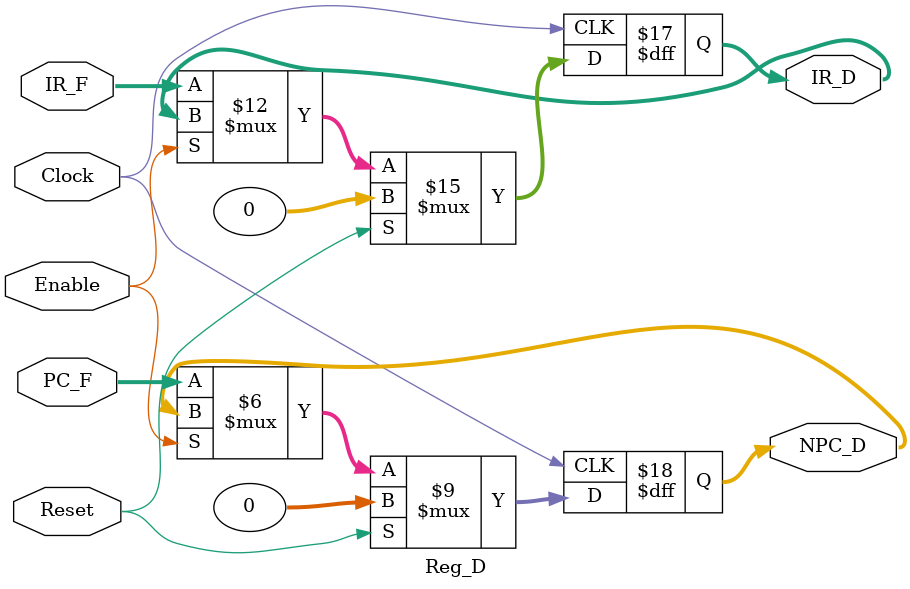
<source format=v>
`timescale 1ns / 1ps
module Reg_D(
    input Clock,
    input Reset,
    input Enable,
    input [31:0] IR_F,
    input [31:0] PC_F,
    output reg [31:0] IR_D,
    output reg [31:0] NPC_D
    );

	initial begin
		IR_D  = 0;
		NPC_D = 0;
	end
	
	always @ (posedge Clock) begin
		if(Reset == 1) begin
			IR_D  <= 0;
			NPC_D <= 0;
		end
		else if(Enable == 1) begin
			IR_D  <= IR_D;
			NPC_D <= NPC_D;
		end
		else begin
			IR_D  <= IR_F;
			NPC_D <= PC_F;
		end
	end

endmodule

</source>
